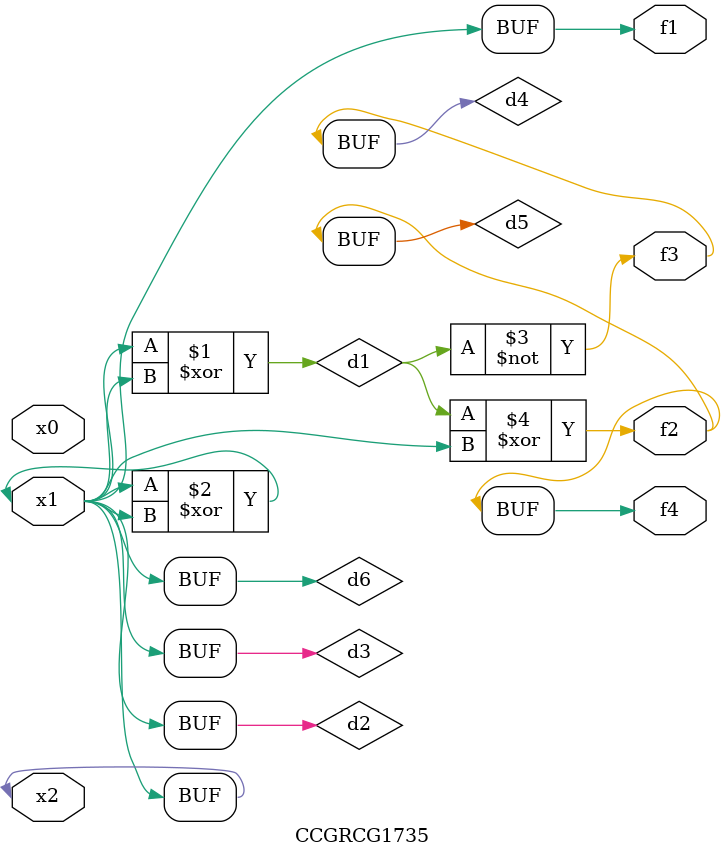
<source format=v>
module CCGRCG1735(
	input x0, x1, x2,
	output f1, f2, f3, f4
);

	wire d1, d2, d3, d4, d5, d6;

	xor (d1, x1, x2);
	buf (d2, x1, x2);
	xor (d3, x1, x2);
	nor (d4, d1);
	xor (d5, d1, d2);
	buf (d6, d2, d3);
	assign f1 = d6;
	assign f2 = d5;
	assign f3 = d4;
	assign f4 = d5;
endmodule

</source>
